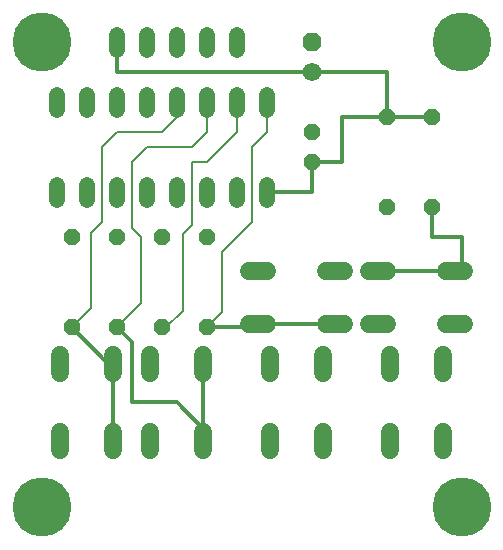
<source format=gbr>
G04 EAGLE Gerber RS-274X export*
G75*
%MOMM*%
%FSLAX34Y34*%
%LPD*%
%INTop Copper*%
%IPPOS*%
%AMOC8*
5,1,8,0,0,1.08239X$1,22.5*%
G01*
%ADD10P,1.429621X8X112.500000*%
%ADD11P,1.704548X8X112.500000*%
%ADD12C,1.574800*%
%ADD13C,1.320800*%
%ADD14C,1.524000*%
%ADD15C,5.000000*%
%ADD16C,0.304800*%
%ADD17C,0.152400*%


D10*
X266700Y292100D03*
X266700Y317500D03*
D11*
X266700Y393700D03*
D12*
X266700Y368300D03*
D13*
X228600Y349504D02*
X228600Y336296D01*
X203200Y336296D02*
X203200Y349504D01*
X76200Y349504D02*
X76200Y336296D01*
X50800Y336296D02*
X50800Y349504D01*
X177800Y349504D02*
X177800Y336296D01*
X152400Y336296D02*
X152400Y349504D01*
X101600Y349504D02*
X101600Y336296D01*
X127000Y336296D02*
X127000Y349504D01*
X50800Y273304D02*
X50800Y260096D01*
X76200Y260096D02*
X76200Y273304D01*
X101600Y273304D02*
X101600Y260096D01*
X127000Y260096D02*
X127000Y273304D01*
X152400Y273304D02*
X152400Y260096D01*
X177800Y260096D02*
X177800Y273304D01*
X203200Y273304D02*
X203200Y260096D01*
X228600Y260096D02*
X228600Y273304D01*
D10*
X63500Y152400D03*
X63500Y228600D03*
X101600Y152400D03*
X101600Y228600D03*
X139700Y152400D03*
X139700Y228600D03*
X177800Y152400D03*
X177800Y228600D03*
X330200Y254000D03*
X330200Y330200D03*
X368300Y254000D03*
X368300Y330200D03*
D14*
X98806Y129032D02*
X98806Y113792D01*
X53594Y113792D02*
X53594Y129032D01*
X98806Y64008D02*
X98806Y48768D01*
X53594Y48768D02*
X53594Y64008D01*
X175006Y113792D02*
X175006Y129032D01*
X129794Y129032D02*
X129794Y113792D01*
X175006Y64008D02*
X175006Y48768D01*
X129794Y48768D02*
X129794Y64008D01*
X231394Y64008D02*
X231394Y48768D01*
X276606Y48768D02*
X276606Y64008D01*
X231394Y113792D02*
X231394Y129032D01*
X276606Y129032D02*
X276606Y113792D01*
X278892Y155194D02*
X294132Y155194D01*
X294132Y200406D02*
X278892Y200406D01*
X229108Y155194D02*
X213868Y155194D01*
X213868Y200406D02*
X229108Y200406D01*
X378206Y129032D02*
X378206Y113792D01*
X332994Y113792D02*
X332994Y129032D01*
X378206Y64008D02*
X378206Y48768D01*
X332994Y48768D02*
X332994Y64008D01*
X330708Y200406D02*
X315468Y200406D01*
X315468Y155194D02*
X330708Y155194D01*
X380492Y200406D02*
X395732Y200406D01*
X395732Y155194D02*
X380492Y155194D01*
D13*
X101600Y387096D02*
X101600Y400304D01*
X127000Y400304D02*
X127000Y387096D01*
X152400Y387096D02*
X152400Y400304D01*
X177800Y400304D02*
X177800Y387096D01*
X203200Y387096D02*
X203200Y400304D01*
D15*
X38100Y393700D03*
X393700Y393700D03*
X393700Y0D03*
X38100Y0D03*
X393700Y393700D03*
D16*
X330200Y368300D02*
X266700Y368300D01*
X330200Y368300D02*
X330200Y330200D01*
X368300Y330200D01*
X330200Y330200D02*
X292100Y330200D01*
X292100Y292100D01*
X266700Y292100D01*
X266700Y266700D01*
X228600Y266700D01*
X101600Y368300D02*
X101600Y393700D01*
X101600Y368300D02*
X266700Y368300D01*
X63500Y152400D02*
X94488Y121412D01*
X98806Y121412D01*
X98806Y56388D01*
D17*
X152400Y330200D02*
X152400Y342900D01*
X152400Y330200D02*
X139700Y317500D01*
X101600Y317500D01*
X88900Y304800D01*
X88900Y241300D01*
X80010Y232410D01*
X80010Y168910D01*
X63500Y152400D01*
D16*
X101600Y152400D02*
X114300Y139700D01*
X114300Y88900D01*
X152400Y88900D01*
X175006Y66294D01*
X175006Y56388D01*
X175006Y121412D01*
D17*
X177800Y317500D02*
X177800Y342900D01*
X177800Y317500D02*
X165100Y304800D01*
X127000Y304800D01*
X114300Y292100D01*
X114300Y236220D02*
X121920Y228600D01*
X121920Y172720D01*
X101600Y152400D01*
X114300Y236220D02*
X114300Y292100D01*
X203200Y317500D02*
X203200Y342900D01*
X203200Y317500D02*
X177800Y292100D01*
X165100Y292100D01*
X157480Y231140D02*
X157480Y166370D01*
X143510Y152400D01*
X139700Y152400D01*
X165100Y238760D02*
X165100Y292100D01*
X165100Y238760D02*
X157480Y231140D01*
D16*
X221488Y155194D02*
X218694Y152400D01*
X177800Y152400D01*
X221488Y155194D02*
X286512Y155194D01*
D17*
X228600Y317500D02*
X228600Y342900D01*
X228600Y317500D02*
X215900Y304800D01*
X215900Y241300D01*
X190500Y215900D01*
X190500Y165100D01*
X177800Y152400D01*
D16*
X368300Y228600D02*
X368300Y254000D01*
X368300Y228600D02*
X393700Y228600D01*
X393700Y205994D01*
X388112Y200406D01*
X323088Y200406D01*
M02*

</source>
